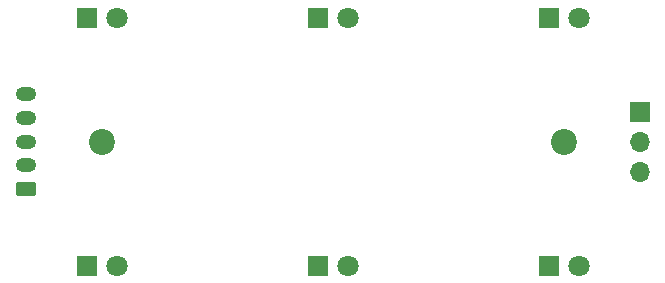
<source format=gbr>
%TF.GenerationSoftware,KiCad,Pcbnew,7.0.8-1.fc38*%
%TF.CreationDate,2023-10-12T23:26:16-06:00*%
%TF.ProjectId,lightPCBV1.1,6c696768-7450-4434-9256-312e312e6b69,rev?*%
%TF.SameCoordinates,Original*%
%TF.FileFunction,Soldermask,Bot*%
%TF.FilePolarity,Negative*%
%FSLAX46Y46*%
G04 Gerber Fmt 4.6, Leading zero omitted, Abs format (unit mm)*
G04 Created by KiCad (PCBNEW 7.0.8-1.fc38) date 2023-10-12 23:26:16*
%MOMM*%
%LPD*%
G01*
G04 APERTURE LIST*
G04 Aperture macros list*
%AMRoundRect*
0 Rectangle with rounded corners*
0 $1 Rounding radius*
0 $2 $3 $4 $5 $6 $7 $8 $9 X,Y pos of 4 corners*
0 Add a 4 corners polygon primitive as box body*
4,1,4,$2,$3,$4,$5,$6,$7,$8,$9,$2,$3,0*
0 Add four circle primitives for the rounded corners*
1,1,$1+$1,$2,$3*
1,1,$1+$1,$4,$5*
1,1,$1+$1,$6,$7*
1,1,$1+$1,$8,$9*
0 Add four rect primitives between the rounded corners*
20,1,$1+$1,$2,$3,$4,$5,0*
20,1,$1+$1,$4,$5,$6,$7,0*
20,1,$1+$1,$6,$7,$8,$9,0*
20,1,$1+$1,$8,$9,$2,$3,0*%
G04 Aperture macros list end*
%ADD10R,1.700000X1.700000*%
%ADD11O,1.700000X1.700000*%
%ADD12RoundRect,0.250000X0.625000X-0.350000X0.625000X0.350000X-0.625000X0.350000X-0.625000X-0.350000X0*%
%ADD13O,1.750000X1.200000*%
%ADD14R,1.800000X1.800000*%
%ADD15C,1.800000*%
%ADD16C,2.200000*%
G04 APERTURE END LIST*
D10*
%TO.C,J2*%
X174710000Y-87375000D03*
D11*
X174710000Y-89915000D03*
X174710000Y-92455000D03*
%TD*%
D12*
%TO.C,J1*%
X122760000Y-93900000D03*
D13*
X122760000Y-91900000D03*
X122760000Y-89900000D03*
X122760000Y-87900000D03*
X122760000Y-85900000D03*
%TD*%
D14*
%TO.C,D2*%
X147435000Y-100400000D03*
D15*
X149975000Y-100400000D03*
%TD*%
D16*
%TO.C,H1*%
X129210000Y-89900000D03*
%TD*%
D14*
%TO.C,D3*%
X166990000Y-100400000D03*
D15*
X169530000Y-100400000D03*
%TD*%
D14*
%TO.C,D1*%
X127885000Y-100400000D03*
D15*
X130425000Y-100400000D03*
%TD*%
D14*
%TO.C,D4*%
X127885000Y-79400000D03*
D15*
X130425000Y-79400000D03*
%TD*%
D14*
%TO.C,D6*%
X166990000Y-79400000D03*
D15*
X169530000Y-79400000D03*
%TD*%
D16*
%TO.C,H2*%
X168260000Y-89900000D03*
%TD*%
D14*
%TO.C,D5*%
X147440000Y-79400000D03*
D15*
X149980000Y-79400000D03*
%TD*%
M02*

</source>
